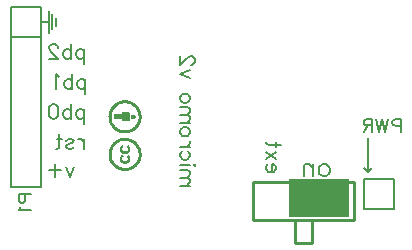
<source format=gbo>
G04 ---------------------------- Layer name :BOTTOM SILK LAYER*
G04 EasyEDA v5.7.26, Mon, 08 Oct 2018 11:37:22 GMT*
G04 9a8b5958ff4b4eb3b6fdbb1becb2a6af*
G04 Gerber Generator version 0.2*
G04 Scale: 100 percent, Rotated: No, Reflected: No *
G04 Dimensions in millimeters *
G04 leading zeros omitted , absolute positions ,3 integer and 3 decimal *
%FSLAX33Y33*%
%MOMM*%
G90*
G71D02*

%ADD10C,0.254000*%
%ADD22C,0.178003*%
%ADD24C,0.203200*%
%ADD25C,0.202999*%
%ADD26C,0.177800*%

%LPD*%

%LPD*%
G36*
G01X10308Y3873D02*
G01X10257Y3873D01*
G01X10206Y3875D01*
G01X10155Y3879D01*
G01X10104Y3884D01*
G01X10053Y3892D01*
G01X10003Y3901D01*
G01X9952Y3913D01*
G01X9901Y3926D01*
G01X9852Y3941D01*
G01X9802Y3958D01*
G01X9753Y3978D01*
G01X9704Y3999D01*
G01X9656Y4023D01*
G01X9608Y4049D01*
G01X9562Y4076D01*
G01X9515Y4106D01*
G01X9470Y4139D01*
G01X9425Y4173D01*
G01X9382Y4209D01*
G01X9341Y4246D01*
G01X9301Y4283D01*
G01X9263Y4322D01*
G01X9228Y4362D01*
G01X9194Y4402D01*
G01X9162Y4443D01*
G01X9132Y4485D01*
G01X9104Y4527D01*
G01X9078Y4570D01*
G01X9054Y4613D01*
G01X9031Y4657D01*
G01X9010Y4702D01*
G01X8991Y4747D01*
G01X8973Y4792D01*
G01X8958Y4838D01*
G01X8943Y4884D01*
G01X8931Y4930D01*
G01X8920Y4977D01*
G01X8911Y5024D01*
G01X8904Y5070D01*
G01X8899Y5118D01*
G01X8895Y5165D01*
G01X8892Y5212D01*
G01X8891Y5259D01*
G01X8892Y5306D01*
G01X8894Y5353D01*
G01X8898Y5399D01*
G01X8903Y5446D01*
G01X8910Y5492D01*
G01X8918Y5538D01*
G01X8928Y5584D01*
G01X8940Y5630D01*
G01X8952Y5674D01*
G01X8967Y5719D01*
G01X8982Y5763D01*
G01X8999Y5806D01*
G01X9018Y5850D01*
G01X9037Y5892D01*
G01X9059Y5933D01*
G01X9081Y5975D01*
G01X9105Y6015D01*
G01X9130Y6054D01*
G01X9156Y6093D01*
G01X9184Y6131D01*
G01X9213Y6168D01*
G01X9243Y6204D01*
G01X9274Y6239D01*
G01X9307Y6273D01*
G01X9341Y6305D01*
G01X9376Y6337D01*
G01X9412Y6368D01*
G01X9449Y6397D01*
G01X9487Y6425D01*
G01X9527Y6452D01*
G01X9568Y6478D01*
G01X9609Y6502D01*
G01X9653Y6525D01*
G01X9696Y6546D01*
G01X9741Y6566D01*
G01X9787Y6584D01*
G01X9834Y6601D01*
G01X9882Y6616D01*
G01X9931Y6629D01*
G01X9981Y6641D01*
G01X10031Y6651D01*
G01X10083Y6659D01*
G01X10136Y6666D01*
G01X10189Y6670D01*
G01X10244Y6673D01*
G01X10300Y6674D01*
G01X10356Y6672D01*
G01X10419Y6668D01*
G01X10480Y6661D01*
G01X10541Y6652D01*
G01X10601Y6641D01*
G01X10659Y6627D01*
G01X10717Y6611D01*
G01X10773Y6592D01*
G01X10829Y6571D01*
G01X10882Y6548D01*
G01X10935Y6523D01*
G01X10986Y6496D01*
G01X11036Y6466D01*
G01X11084Y6435D01*
G01X11131Y6402D01*
G01X11176Y6367D01*
G01X11220Y6330D01*
G01X11262Y6292D01*
G01X11302Y6251D01*
G01X11341Y6209D01*
G01X11378Y6166D01*
G01X11413Y6121D01*
G01X11446Y6075D01*
G01X11477Y6026D01*
G01X11507Y5977D01*
G01X11534Y5927D01*
G01X11560Y5875D01*
G01X11583Y5822D01*
G01X11604Y5768D01*
G01X11623Y5712D01*
G01X11640Y5657D01*
G01X11654Y5599D01*
G01X11666Y5541D01*
G01X11676Y5482D01*
G01X11684Y5422D01*
G01X11689Y5362D01*
G01X11691Y5300D01*
G01X11691Y5239D01*
G01X11689Y5176D01*
G01X11683Y5113D01*
G01X11675Y5050D01*
G01X11666Y4995D01*
G01X11655Y4940D01*
G01X11641Y4887D01*
G01X11626Y4835D01*
G01X11609Y4784D01*
G01X11590Y4735D01*
G01X11569Y4686D01*
G01X11546Y4639D01*
G01X11522Y4592D01*
G01X11496Y4548D01*
G01X11468Y4503D01*
G01X11439Y4461D01*
G01X11408Y4420D01*
G01X11376Y4380D01*
G01X11342Y4342D01*
G01X11308Y4305D01*
G01X11271Y4269D01*
G01X11234Y4235D01*
G01X11195Y4202D01*
G01X11155Y4170D01*
G01X11115Y4140D01*
G01X11073Y4112D01*
G01X11030Y4084D01*
G01X10986Y4059D01*
G01X10942Y4035D01*
G01X10896Y4013D01*
G01X10850Y3992D01*
G01X10803Y3973D01*
G01X10756Y3955D01*
G01X10708Y3939D01*
G01X10659Y3925D01*
G01X10610Y3912D01*
G01X10560Y3901D01*
G01X10511Y3892D01*
G01X10460Y3885D01*
G01X10410Y3880D01*
G01X10359Y3875D01*
G01X10308Y3873D01*
G37*

%LPC*%
G36*
G01X10238Y4126D02*
G01X10299Y4124D01*
G01X10359Y4125D01*
G01X10419Y4130D01*
G01X10478Y4138D01*
G01X10537Y4150D01*
G01X10594Y4165D01*
G01X10651Y4184D01*
G01X10706Y4207D01*
G01X10790Y4246D01*
G01X10846Y4275D01*
G01X10896Y4306D01*
G01X10961Y4351D01*
G01X11013Y4391D01*
G01X11062Y4432D01*
G01X11109Y4476D01*
G01X11153Y4523D01*
G01X11193Y4571D01*
G01X11231Y4622D01*
G01X11266Y4674D01*
G01X11298Y4728D01*
G01X11326Y4784D01*
G01X11352Y4842D01*
G01X11374Y4900D01*
G01X11393Y4960D01*
G01X11409Y5021D01*
G01X11421Y5083D01*
G01X11430Y5146D01*
G01X11436Y5209D01*
G01X11437Y5273D01*
G01X11435Y5337D01*
G01X11430Y5402D01*
G01X11420Y5466D01*
G01X11409Y5524D01*
G01X11394Y5581D01*
G01X11378Y5637D01*
G01X11358Y5691D01*
G01X11336Y5743D01*
G01X11312Y5795D01*
G01X11285Y5844D01*
G01X11256Y5892D01*
G01X11224Y5938D01*
G01X11191Y5983D01*
G01X11156Y6025D01*
G01X11119Y6066D01*
G01X11079Y6105D01*
G01X11039Y6142D01*
G01X10996Y6177D01*
G01X10952Y6210D01*
G01X10906Y6240D01*
G01X10860Y6269D01*
G01X10811Y6295D01*
G01X10761Y6319D01*
G01X10710Y6340D01*
G01X10658Y6360D01*
G01X10605Y6376D01*
G01X10551Y6390D01*
G01X10496Y6402D01*
G01X10440Y6410D01*
G01X10384Y6417D01*
G01X10327Y6420D01*
G01X10269Y6421D01*
G01X10211Y6419D01*
G01X10152Y6413D01*
G01X10093Y6405D01*
G01X10048Y6397D01*
G01X10007Y6388D01*
G01X9972Y6379D01*
G01X9950Y6372D01*
G01X9935Y6366D01*
G01X9922Y6362D01*
G01X9910Y6359D01*
G01X9902Y6358D01*
G01X9872Y6351D01*
G01X9830Y6333D01*
G01X9779Y6306D01*
G01X9722Y6272D01*
G01X9663Y6233D01*
G01X9605Y6191D01*
G01X9552Y6148D01*
G01X9507Y6107D01*
G01X9444Y6039D01*
G01X9381Y5960D01*
G01X9331Y5892D01*
G01X9311Y5854D01*
G01X9310Y5849D01*
G01X9307Y5843D01*
G01X9303Y5837D01*
G01X9297Y5831D01*
G01X9282Y5809D01*
G01X9264Y5774D01*
G01X9245Y5728D01*
G01X9225Y5675D01*
G01X9206Y5618D01*
G01X9189Y5560D01*
G01X9176Y5503D01*
G01X9166Y5451D01*
G01X9158Y5389D01*
G01X9155Y5323D01*
G01X9154Y5254D01*
G01X9156Y5186D01*
G01X9162Y5120D01*
G01X9170Y5060D01*
G01X9181Y5008D01*
G01X9194Y4967D01*
G01X9200Y4953D01*
G01X9204Y4940D01*
G01X9207Y4929D01*
G01X9208Y4921D01*
G01X9225Y4866D01*
G01X9268Y4776D01*
G01X9325Y4676D01*
G01X9382Y4590D01*
G01X9422Y4540D01*
G01X9465Y4492D01*
G01X9510Y4446D01*
G01X9558Y4404D01*
G01X9607Y4365D01*
G01X9658Y4328D01*
G01X9711Y4294D01*
G01X9766Y4263D01*
G01X9822Y4235D01*
G01X9880Y4210D01*
G01X9938Y4188D01*
G01X9997Y4169D01*
G01X10057Y4153D01*
G01X10117Y4141D01*
G01X10178Y4132D01*
G01X10238Y4126D01*
G37*

%LPD*%
G36*
G01X10332Y4471D02*
G01X10285Y4470D01*
G01X10239Y4473D01*
G01X10193Y4480D01*
G01X10148Y4491D01*
G01X10104Y4506D01*
G01X10063Y4526D01*
G01X10024Y4550D01*
G01X9987Y4578D01*
G01X9955Y4610D01*
G01X9926Y4647D01*
G01X9901Y4687D01*
G01X9881Y4732D01*
G01X9866Y4781D01*
G01X9856Y4840D01*
G01X9853Y4896D01*
G01X9856Y4950D01*
G01X9866Y5001D01*
G01X9883Y5050D01*
G01X9908Y5097D01*
G01X9939Y5142D01*
G01X9977Y5185D01*
G01X10031Y5237D01*
G01X10064Y5255D01*
G01X10088Y5235D01*
G01X10119Y5178D01*
G01X10162Y5092D01*
G01X10135Y5070D01*
G01X10124Y5062D01*
G01X10114Y5055D01*
G01X10107Y5050D01*
G01X10102Y5049D01*
G01X10090Y5036D01*
G01X10072Y5007D01*
G01X10054Y4972D01*
G01X10044Y4943D01*
G01X10040Y4902D01*
G01X10047Y4864D01*
G01X10063Y4831D01*
G01X10088Y4802D01*
G01X10119Y4777D01*
G01X10156Y4757D01*
G01X10198Y4743D01*
G01X10241Y4733D01*
G01X10287Y4728D01*
G01X10332Y4730D01*
G01X10376Y4737D01*
G01X10418Y4750D01*
G01X10455Y4769D01*
G01X10487Y4795D01*
G01X10512Y4827D01*
G01X10529Y4867D01*
G01X10533Y4923D01*
G01X10518Y4980D01*
G01X10486Y5028D01*
G01X10442Y5059D01*
G01X10430Y5065D01*
G01X10429Y5078D01*
G01X10441Y5107D01*
G01X10469Y5161D01*
G01X10502Y5221D01*
G01X10524Y5248D01*
G01X10546Y5248D01*
G01X10577Y5227D01*
G01X10620Y5189D01*
G01X10657Y5142D01*
G01X10686Y5089D01*
G01X10708Y5030D01*
G01X10721Y4967D01*
G01X10727Y4901D01*
G01X10724Y4835D01*
G01X10712Y4768D01*
G01X10696Y4719D01*
G01X10675Y4675D01*
G01X10649Y4635D01*
G01X10619Y4600D01*
G01X10586Y4569D01*
G01X10549Y4542D01*
G01X10509Y4519D01*
G01X10467Y4501D01*
G01X10423Y4487D01*
G01X10378Y4477D01*
G01X10332Y4471D01*
G37*

%LPC*%

%LPD*%
G36*
G01X10332Y5282D02*
G01X10288Y5281D01*
G01X10245Y5285D01*
G01X10202Y5292D01*
G01X10159Y5303D01*
G01X10118Y5317D01*
G01X10078Y5335D01*
G01X10041Y5357D01*
G01X10005Y5382D01*
G01X9973Y5410D01*
G01X9943Y5442D01*
G01X9917Y5476D01*
G01X9895Y5514D01*
G01X9877Y5556D01*
G01X9863Y5600D01*
G01X9855Y5648D01*
G01X9853Y5698D01*
G01X9858Y5756D01*
G01X9875Y5818D01*
G01X9898Y5880D01*
G01X9929Y5937D01*
G01X9963Y5989D01*
G01X9999Y6030D01*
G01X10036Y6058D01*
G01X10070Y6068D01*
G01X10089Y6042D01*
G01X10121Y5984D01*
G01X10150Y5926D01*
G01X10159Y5896D01*
G01X10155Y5894D01*
G01X10147Y5888D01*
G01X10137Y5881D01*
G01X10124Y5872D01*
G01X10082Y5836D01*
G01X10054Y5797D01*
G01X10040Y5757D01*
G01X10039Y5716D01*
G01X10049Y5676D01*
G01X10069Y5640D01*
G01X10099Y5607D01*
G01X10138Y5578D01*
G01X10184Y5557D01*
G01X10238Y5543D01*
G01X10297Y5539D01*
G01X10361Y5544D01*
G01X10424Y5563D01*
G01X10474Y5593D01*
G01X10511Y5632D01*
G01X10533Y5677D01*
G01X10539Y5725D01*
G01X10530Y5773D01*
G01X10503Y5819D01*
G01X10458Y5859D01*
G01X10422Y5883D01*
G01X10469Y5973D01*
G01X10488Y6008D01*
G01X10504Y6037D01*
G01X10515Y6058D01*
G01X10520Y6066D01*
G01X10532Y6064D01*
G01X10557Y6049D01*
G01X10587Y6025D01*
G01X10618Y5996D01*
G01X10651Y5957D01*
G01X10678Y5913D01*
G01X10699Y5865D01*
G01X10715Y5814D01*
G01X10724Y5760D01*
G01X10728Y5705D01*
G01X10725Y5648D01*
G01X10716Y5591D01*
G01X10702Y5542D01*
G01X10684Y5498D01*
G01X10661Y5458D01*
G01X10634Y5422D01*
G01X10605Y5391D01*
G01X10572Y5363D01*
G01X10536Y5340D01*
G01X10498Y5320D01*
G01X10459Y5304D01*
G01X10418Y5293D01*
G01X10375Y5285D01*
G01X10332Y5282D01*
G37*

%LPC*%

%LPD*%
G36*
G01X10330Y7050D02*
G01X10277Y7049D01*
G01X10225Y7051D01*
G01X10172Y7054D01*
G01X10119Y7059D01*
G01X10066Y7067D01*
G01X10014Y7076D01*
G01X9961Y7088D01*
G01X9910Y7101D01*
G01X9858Y7117D01*
G01X9806Y7134D01*
G01X9756Y7154D01*
G01X9706Y7176D01*
G01X9656Y7201D01*
G01X9607Y7227D01*
G01X9559Y7256D01*
G01X9512Y7287D01*
G01X9466Y7320D01*
G01X9420Y7356D01*
G01X9375Y7394D01*
G01X9331Y7435D01*
G01X9291Y7475D01*
G01X9253Y7516D01*
G01X9216Y7558D01*
G01X9182Y7600D01*
G01X9150Y7644D01*
G01X9119Y7688D01*
G01X9091Y7732D01*
G01X9064Y7777D01*
G01X9040Y7823D01*
G01X9018Y7869D01*
G01X8997Y7915D01*
G01X8978Y7962D01*
G01X8961Y8009D01*
G01X8945Y8056D01*
G01X8932Y8104D01*
G01X8920Y8152D01*
G01X8911Y8200D01*
G01X8903Y8248D01*
G01X8897Y8297D01*
G01X8892Y8345D01*
G01X8889Y8393D01*
G01X8888Y8441D01*
G01X8888Y8489D01*
G01X8891Y8537D01*
G01X8894Y8585D01*
G01X8900Y8632D01*
G01X8907Y8680D01*
G01X8915Y8726D01*
G01X8926Y8773D01*
G01X8937Y8819D01*
G01X8950Y8865D01*
G01X8965Y8910D01*
G01X8981Y8954D01*
G01X8999Y8999D01*
G01X9018Y9042D01*
G01X9038Y9085D01*
G01X9060Y9127D01*
G01X9084Y9168D01*
G01X9108Y9209D01*
G01X9134Y9249D01*
G01X9162Y9287D01*
G01X9191Y9325D01*
G01X9221Y9362D01*
G01X9252Y9398D01*
G01X9285Y9433D01*
G01X9319Y9467D01*
G01X9354Y9500D01*
G01X9390Y9531D01*
G01X9428Y9562D01*
G01X9467Y9590D01*
G01X9506Y9618D01*
G01X9547Y9644D01*
G01X9590Y9669D01*
G01X9633Y9693D01*
G01X9677Y9715D01*
G01X9723Y9735D01*
G01X9769Y9754D01*
G01X9817Y9771D01*
G01X9865Y9787D01*
G01X9915Y9801D01*
G01X9965Y9813D01*
G01X10016Y9824D01*
G01X10069Y9832D01*
G01X10122Y9839D01*
G01X10176Y9844D01*
G01X10232Y9847D01*
G01X10288Y9848D01*
G01X10344Y9847D01*
G01X10402Y9843D01*
G01X10459Y9837D01*
G01X10515Y9830D01*
G01X10570Y9820D01*
G01X10624Y9808D01*
G01X10678Y9795D01*
G01X10730Y9779D01*
G01X10781Y9762D01*
G01X10832Y9742D01*
G01X10881Y9721D01*
G01X10930Y9698D01*
G01X10976Y9673D01*
G01X11023Y9647D01*
G01X11067Y9619D01*
G01X11110Y9589D01*
G01X11153Y9558D01*
G01X11194Y9525D01*
G01X11233Y9491D01*
G01X11272Y9456D01*
G01X11308Y9419D01*
G01X11343Y9381D01*
G01X11377Y9341D01*
G01X11409Y9300D01*
G01X11440Y9258D01*
G01X11469Y9215D01*
G01X11497Y9170D01*
G01X11522Y9125D01*
G01X11547Y9078D01*
G01X11569Y9031D01*
G01X11590Y8982D01*
G01X11609Y8933D01*
G01X11626Y8882D01*
G01X11641Y8831D01*
G01X11655Y8779D01*
G01X11666Y8726D01*
G01X11675Y8673D01*
G01X11682Y8619D01*
G01X11688Y8564D01*
G01X11691Y8509D01*
G01X11693Y8453D01*
G01X11692Y8397D01*
G01X11688Y8340D01*
G01X11683Y8282D01*
G01X11675Y8225D01*
G01X11665Y8167D01*
G01X11653Y8109D01*
G01X11638Y8053D01*
G01X11622Y7999D01*
G01X11603Y7946D01*
G01X11582Y7893D01*
G01X11560Y7842D01*
G01X11535Y7793D01*
G01X11509Y7745D01*
G01X11480Y7699D01*
G01X11451Y7654D01*
G01X11419Y7610D01*
G01X11386Y7568D01*
G01X11352Y7528D01*
G01X11316Y7488D01*
G01X11278Y7450D01*
G01X11240Y7414D01*
G01X11199Y7380D01*
G01X11158Y7347D01*
G01X11116Y7316D01*
G01X11072Y7286D01*
G01X11028Y7258D01*
G01X10982Y7231D01*
G01X10936Y7207D01*
G01X10888Y7184D01*
G01X10841Y7163D01*
G01X10792Y7143D01*
G01X10742Y7126D01*
G01X10692Y7110D01*
G01X10642Y7096D01*
G01X10591Y7084D01*
G01X10539Y7073D01*
G01X10487Y7065D01*
G01X10435Y7058D01*
G01X10383Y7053D01*
G01X10330Y7050D01*
G37*

%LPC*%
G36*
G01X10237Y7301D02*
G01X10288Y7300D01*
G01X10339Y7302D01*
G01X10390Y7306D01*
G01X10440Y7312D01*
G01X10490Y7320D01*
G01X10539Y7330D01*
G01X10587Y7343D01*
G01X10635Y7358D01*
G01X10682Y7375D01*
G01X10728Y7393D01*
G01X10774Y7414D01*
G01X10819Y7437D01*
G01X10862Y7461D01*
G01X10905Y7488D01*
G01X10946Y7516D01*
G01X10986Y7546D01*
G01X11025Y7578D01*
G01X11063Y7611D01*
G01X11099Y7646D01*
G01X11133Y7682D01*
G01X11166Y7720D01*
G01X11198Y7759D01*
G01X11228Y7799D01*
G01X11256Y7841D01*
G01X11283Y7884D01*
G01X11307Y7928D01*
G01X11330Y7974D01*
G01X11350Y8020D01*
G01X11369Y8068D01*
G01X11385Y8117D01*
G01X11400Y8166D01*
G01X11412Y8216D01*
G01X11421Y8268D01*
G01X11429Y8319D01*
G01X11434Y8372D01*
G01X11436Y8426D01*
G01X11436Y8480D01*
G01X11433Y8535D01*
G01X11427Y8590D01*
G01X11419Y8646D01*
G01X11408Y8704D01*
G01X11393Y8760D01*
G01X11376Y8815D01*
G01X11357Y8869D01*
G01X11335Y8921D01*
G01X11311Y8973D01*
G01X11284Y9022D01*
G01X11255Y9069D01*
G01X11223Y9116D01*
G01X11190Y9160D01*
G01X11155Y9202D01*
G01X11118Y9243D01*
G01X11079Y9282D01*
G01X11038Y9318D01*
G01X10996Y9353D01*
G01X10951Y9386D01*
G01X10906Y9416D01*
G01X10859Y9444D01*
G01X10810Y9471D01*
G01X10760Y9494D01*
G01X10710Y9515D01*
G01X10657Y9535D01*
G01X10605Y9551D01*
G01X10550Y9565D01*
G01X10495Y9576D01*
G01X10439Y9585D01*
G01X10383Y9591D01*
G01X10326Y9595D01*
G01X10268Y9595D01*
G01X10210Y9593D01*
G01X10151Y9587D01*
G01X10092Y9579D01*
G01X10048Y9571D01*
G01X10006Y9562D01*
G01X9971Y9553D01*
G01X9949Y9546D01*
G01X9934Y9541D01*
G01X9921Y9536D01*
G01X9909Y9533D01*
G01X9901Y9532D01*
G01X9865Y9520D01*
G01X9804Y9491D01*
G01X9731Y9452D01*
G01X9664Y9411D01*
G01X9617Y9379D01*
G01X9573Y9344D01*
G01X9530Y9306D01*
G01X9489Y9266D01*
G01X9450Y9225D01*
G01X9414Y9182D01*
G01X9379Y9136D01*
G01X9347Y9090D01*
G01X9317Y9042D01*
G01X9289Y8992D01*
G01X9263Y8941D01*
G01X9240Y8890D01*
G01X9219Y8837D01*
G01X9201Y8784D01*
G01X9185Y8730D01*
G01X9171Y8675D01*
G01X9161Y8620D01*
G01X9153Y8565D01*
G01X9148Y8510D01*
G01X9145Y8455D01*
G01X9145Y8400D01*
G01X9148Y8346D01*
G01X9153Y8292D01*
G01X9162Y8238D01*
G01X9173Y8186D01*
G01X9188Y8134D01*
G01X9205Y8083D01*
G01X9225Y8033D01*
G01X9263Y7951D01*
G01X9292Y7895D01*
G01X9323Y7846D01*
G01X9365Y7786D01*
G01X9407Y7734D01*
G01X9459Y7677D01*
G01X9519Y7618D01*
G01X9580Y7561D01*
G01X9639Y7510D01*
G01X9693Y7469D01*
G01X9735Y7442D01*
G01X9763Y7431D01*
G01X9769Y7429D01*
G01X9783Y7424D01*
G01X9802Y7415D01*
G01X9825Y7404D01*
G01X9876Y7382D01*
G01X9927Y7362D01*
G01X9979Y7346D01*
G01X10030Y7331D01*
G01X10082Y7320D01*
G01X10134Y7312D01*
G01X10185Y7305D01*
G01X10237Y7301D01*
G37*

%LPD*%
G36*
G01X10466Y8066D02*
G01X10067Y8066D01*
G01X10063Y8148D01*
G01X10061Y8230D01*
G01X9384Y8235D01*
G01X9384Y8663D01*
G01X10061Y8668D01*
G01X10063Y8750D01*
G01X10067Y8832D01*
G01X10665Y8832D01*
G01X10728Y8768D01*
G01X10727Y8452D01*
G01X10726Y8320D01*
G01X10724Y8217D01*
G01X10721Y8147D01*
G01X10718Y8117D01*
G01X10709Y8101D01*
G01X10696Y8089D01*
G01X10678Y8080D01*
G01X10649Y8074D01*
G01X10607Y8070D01*
G01X10547Y8068D01*
G01X10466Y8066D01*
G37*

%LPC*%

%LPD*%
G36*
G01X11100Y8273D02*
G01X11031Y8256D01*
G01X10947Y8257D01*
G01X10901Y8270D01*
G01X10864Y8293D01*
G01X10834Y8324D01*
G01X10813Y8362D01*
G01X10801Y8404D01*
G01X10797Y8449D01*
G01X10801Y8493D01*
G01X10813Y8536D01*
G01X10834Y8573D01*
G01X10864Y8605D01*
G01X10901Y8628D01*
G01X10947Y8641D01*
G01X11014Y8643D01*
G01X11072Y8631D01*
G01X11121Y8609D01*
G01X11159Y8575D01*
G01X11185Y8532D01*
G01X11199Y8481D01*
G01X11199Y8424D01*
G01X11184Y8360D01*
G01X11152Y8308D01*
G01X11100Y8273D01*
G37*

%LPC*%

%LPD*%
G54D10*
G01X29651Y2903D02*
G01X21152Y2903D01*
G01X21152Y2903D02*
G01X21152Y-296D01*
G01X21152Y-296D02*
G01X29651Y-296D01*
G01X29651Y2903D02*
G01X29651Y-296D01*
G01X26102Y-296D02*
G01X26102Y-2196D01*
G01X24701Y-296D02*
G01X24701Y-2196D01*
G01X26102Y-2196D02*
G01X24701Y-2196D01*
G54D24*
G01X635Y15874D02*
G01X635Y17779D01*
G01X3175Y17779D01*
G01X3175Y2539D01*
G01X635Y2539D01*
G54D25*
G01X635Y2539D02*
G01X635Y15874D01*
G54D24*
G01X30479Y635D02*
G01X33019Y635D01*
G01X33019Y3175D01*
G01X30479Y3175D01*
G01X30479Y1270D01*
G54D25*
G01X30479Y635D02*
G01X30479Y1270D01*
G54D22*
G01X31163Y4089D02*
G01X30845Y3771D01*
G01X30845Y6634D02*
G01X30845Y3771D01*
G01X30528Y4089D01*
G01X635Y17779D02*
G01X3175Y17779D01*
G01X3175Y15239D01*
G01X635Y15239D01*
G01X635Y17779D01*
G01X3815Y16491D02*
G01X3180Y16491D01*
G01X4451Y16809D02*
G01X4451Y16173D01*
G01X4134Y17127D02*
G01X4135Y15857D01*
G01X3815Y17445D02*
G01X3815Y15537D01*
G54D26*
G01X1269Y1904D02*
G01X2359Y1904D01*
G01X1269Y1904D02*
G01X1269Y1437D01*
G01X1320Y1282D01*
G01X1371Y1228D01*
G01X1475Y1178D01*
G01X1633Y1178D01*
G01X1737Y1228D01*
G01X1788Y1282D01*
G01X1841Y1437D01*
G01X1841Y1904D01*
G01X1475Y835D02*
G01X1424Y731D01*
G01X1269Y573D01*
G01X2359Y573D01*
G01X33660Y8254D02*
G01X33660Y7164D01*
G01X33660Y8254D02*
G01X33192Y8254D01*
G01X33037Y8203D01*
G01X32984Y8152D01*
G01X32933Y8048D01*
G01X32933Y7891D01*
G01X32984Y7787D01*
G01X33037Y7736D01*
G01X33192Y7683D01*
G01X33660Y7683D01*
G01X32590Y8254D02*
G01X32329Y7164D01*
G01X32070Y8254D02*
G01X32329Y7164D01*
G01X32070Y8254D02*
G01X31811Y7164D01*
G01X31551Y8254D02*
G01X31811Y7164D01*
G01X31209Y8254D02*
G01X31209Y7164D01*
G01X31209Y8254D02*
G01X30739Y8254D01*
G01X30584Y8203D01*
G01X30533Y8152D01*
G01X30480Y8048D01*
G01X30480Y7944D01*
G01X30533Y7840D01*
G01X30584Y7787D01*
G01X30739Y7736D01*
G01X31209Y7736D01*
G01X30843Y7736D02*
G01X30480Y7164D01*
G54D24*
G01X15773Y2627D02*
G01X14945Y2627D01*
G01X15536Y2627D02*
G01X15714Y2804D01*
G01X15773Y2923D01*
G01X15773Y3100D01*
G01X15714Y3218D01*
G01X15536Y3277D01*
G01X14945Y3277D01*
G01X15536Y3277D02*
G01X15714Y3454D01*
G01X15773Y3573D01*
G01X15773Y3750D01*
G01X15714Y3868D01*
G01X15536Y3927D01*
G01X14945Y3927D01*
G01X16186Y4317D02*
G01X16127Y4376D01*
G01X16186Y4435D01*
G01X16245Y4376D01*
G01X16186Y4317D01*
G01X15773Y4376D02*
G01X14945Y4376D01*
G01X15595Y5534D02*
G01X15714Y5416D01*
G01X15773Y5298D01*
G01X15773Y5121D01*
G01X15714Y5003D01*
G01X15595Y4884D01*
G01X15418Y4825D01*
G01X15300Y4825D01*
G01X15123Y4884D01*
G01X15004Y5003D01*
G01X14945Y5121D01*
G01X14945Y5298D01*
G01X15004Y5416D01*
G01X15123Y5534D01*
G01X15773Y5924D02*
G01X14945Y5924D01*
G01X15418Y5924D02*
G01X15595Y5984D01*
G01X15714Y6102D01*
G01X15773Y6220D01*
G01X15773Y6397D01*
G01X15773Y7083D02*
G01X15714Y6964D01*
G01X15595Y6846D01*
G01X15418Y6787D01*
G01X15300Y6787D01*
G01X15123Y6846D01*
G01X15004Y6964D01*
G01X14945Y7083D01*
G01X14945Y7260D01*
G01X15004Y7378D01*
G01X15123Y7496D01*
G01X15300Y7555D01*
G01X15418Y7555D01*
G01X15595Y7496D01*
G01X15714Y7378D01*
G01X15773Y7260D01*
G01X15773Y7083D01*
G01X15773Y7945D02*
G01X14945Y7945D01*
G01X15536Y7945D02*
G01X15714Y8123D01*
G01X15773Y8241D01*
G01X15773Y8418D01*
G01X15714Y8536D01*
G01X15536Y8595D01*
G01X14945Y8595D01*
G01X15536Y8595D02*
G01X15714Y8773D01*
G01X15773Y8891D01*
G01X15773Y9068D01*
G01X15714Y9186D01*
G01X15536Y9245D01*
G01X14945Y9245D01*
G01X15773Y9931D02*
G01X15714Y9813D01*
G01X15595Y9694D01*
G01X15418Y9635D01*
G01X15300Y9635D01*
G01X15123Y9694D01*
G01X15004Y9813D01*
G01X14945Y9931D01*
G01X14945Y10108D01*
G01X15004Y10226D01*
G01X15123Y10344D01*
G01X15300Y10404D01*
G01X15418Y10404D01*
G01X15595Y10344D01*
G01X15714Y10226D01*
G01X15773Y10108D01*
G01X15773Y9931D01*
G01X15773Y11704D02*
G01X14945Y12058D01*
G01X15773Y12413D02*
G01X14945Y12058D01*
G01X15891Y12862D02*
G01X15950Y12862D01*
G01X16068Y12921D01*
G01X16127Y12980D01*
G01X16186Y13098D01*
G01X16186Y13334D01*
G01X16127Y13453D01*
G01X16068Y13512D01*
G01X15950Y13571D01*
G01X15832Y13571D01*
G01X15714Y13512D01*
G01X15536Y13394D01*
G01X14945Y12803D01*
G01X14945Y13630D01*
G01X6835Y14191D02*
G01X6835Y12950D01*
G01X6835Y14013D02*
G01X6717Y14131D01*
G01X6599Y14191D01*
G01X6422Y14191D01*
G01X6303Y14131D01*
G01X6185Y14013D01*
G01X6126Y13836D01*
G01X6126Y13718D01*
G01X6185Y13541D01*
G01X6303Y13422D01*
G01X6422Y13363D01*
G01X6599Y13363D01*
G01X6717Y13422D01*
G01X6835Y13541D01*
G01X5736Y14604D02*
G01X5736Y13363D01*
G01X5736Y14013D02*
G01X5618Y14131D01*
G01X5500Y14191D01*
G01X5323Y14191D01*
G01X5204Y14131D01*
G01X5086Y14013D01*
G01X5027Y13836D01*
G01X5027Y13718D01*
G01X5086Y13541D01*
G01X5204Y13422D01*
G01X5323Y13363D01*
G01X5500Y13363D01*
G01X5618Y13422D01*
G01X5736Y13541D01*
G01X4578Y14309D02*
G01X4578Y14368D01*
G01X4519Y14486D01*
G01X4460Y14545D01*
G01X4342Y14604D01*
G01X4105Y14604D01*
G01X3987Y14545D01*
G01X3928Y14486D01*
G01X3869Y14368D01*
G01X3869Y14250D01*
G01X3928Y14131D01*
G01X4046Y13954D01*
G01X4637Y13363D01*
G01X3810Y13363D01*
G01X6938Y11651D02*
G01X6938Y10410D01*
G01X6938Y11473D02*
G01X6820Y11591D01*
G01X6702Y11651D01*
G01X6524Y11651D01*
G01X6406Y11591D01*
G01X6288Y11473D01*
G01X6229Y11296D01*
G01X6229Y11178D01*
G01X6288Y11001D01*
G01X6406Y10882D01*
G01X6524Y10823D01*
G01X6702Y10823D01*
G01X6820Y10882D01*
G01X6938Y11001D01*
G01X5839Y12064D02*
G01X5839Y10823D01*
G01X5839Y11473D02*
G01X5721Y11591D01*
G01X5602Y11651D01*
G01X5425Y11651D01*
G01X5307Y11591D01*
G01X5189Y11473D01*
G01X5130Y11296D01*
G01X5130Y11178D01*
G01X5189Y11001D01*
G01X5307Y10882D01*
G01X5425Y10823D01*
G01X5602Y10823D01*
G01X5721Y10882D01*
G01X5839Y11001D01*
G01X4740Y11828D02*
G01X4622Y11887D01*
G01X4444Y12064D01*
G01X4444Y10823D01*
G01X6835Y9111D02*
G01X6835Y7870D01*
G01X6835Y8933D02*
G01X6717Y9051D01*
G01X6599Y9111D01*
G01X6422Y9111D01*
G01X6303Y9051D01*
G01X6185Y8933D01*
G01X6126Y8756D01*
G01X6126Y8638D01*
G01X6185Y8461D01*
G01X6303Y8342D01*
G01X6422Y8283D01*
G01X6599Y8283D01*
G01X6717Y8342D01*
G01X6835Y8461D01*
G01X5736Y9524D02*
G01X5736Y8283D01*
G01X5736Y8933D02*
G01X5618Y9051D01*
G01X5500Y9111D01*
G01X5322Y9111D01*
G01X5204Y9051D01*
G01X5086Y8933D01*
G01X5027Y8756D01*
G01X5027Y8638D01*
G01X5086Y8461D01*
G01X5204Y8342D01*
G01X5322Y8283D01*
G01X5500Y8283D01*
G01X5618Y8342D01*
G01X5736Y8461D01*
G01X4282Y9524D02*
G01X4460Y9465D01*
G01X4578Y9288D01*
G01X4637Y8992D01*
G01X4637Y8815D01*
G01X4578Y8520D01*
G01X4460Y8342D01*
G01X4282Y8283D01*
G01X4164Y8283D01*
G01X3987Y8342D01*
G01X3869Y8520D01*
G01X3810Y8815D01*
G01X3810Y8992D01*
G01X3869Y9288D01*
G01X3987Y9465D01*
G01X4164Y9524D01*
G01X4282Y9524D01*
G01X6820Y6570D02*
G01X6820Y5743D01*
G01X6820Y6216D02*
G01X6761Y6393D01*
G01X6643Y6511D01*
G01X6525Y6570D01*
G01X6348Y6570D01*
G01X5308Y6393D02*
G01X5367Y6511D01*
G01X5544Y6570D01*
G01X5721Y6570D01*
G01X5899Y6511D01*
G01X5958Y6393D01*
G01X5899Y6275D01*
G01X5780Y6216D01*
G01X5485Y6157D01*
G01X5367Y6098D01*
G01X5308Y5979D01*
G01X5308Y5920D01*
G01X5367Y5802D01*
G01X5544Y5743D01*
G01X5721Y5743D01*
G01X5899Y5802D01*
G01X5958Y5920D01*
G01X4740Y6984D02*
G01X4740Y5979D01*
G01X4681Y5802D01*
G01X4563Y5743D01*
G01X4445Y5743D01*
G01X4918Y6570D02*
G01X4504Y6570D01*
G01X5972Y4208D02*
G01X5617Y3381D01*
G01X5263Y4208D02*
G01X5617Y3381D01*
G01X4341Y4444D02*
G01X4341Y3381D01*
G01X4873Y3912D02*
G01X3809Y3912D01*
G01X22698Y3738D02*
G01X22698Y4447D01*
G01X22816Y4447D01*
G01X22934Y4388D01*
G01X22993Y4328D01*
G01X23052Y4210D01*
G01X23052Y4033D01*
G01X22993Y3915D01*
G01X22875Y3797D01*
G01X22698Y3738D01*
G01X22579Y3738D01*
G01X22402Y3797D01*
G01X22284Y3915D01*
G01X22225Y4033D01*
G01X22225Y4210D01*
G01X22284Y4328D01*
G01X22402Y4447D01*
G01X23052Y4837D02*
G01X22225Y5487D01*
G01X23052Y5487D02*
G01X22225Y4837D01*
G01X23466Y6054D02*
G01X22461Y6054D01*
G01X22284Y6113D01*
G01X22225Y6231D01*
G01X22225Y6349D01*
G01X23052Y5877D02*
G01X23052Y6290D01*
G01X27262Y4444D02*
G01X27406Y4373D01*
G01X27551Y4226D01*
G01X27625Y4007D01*
G01X27625Y3862D01*
G01X27551Y3644D01*
G01X27406Y3499D01*
G01X27262Y3426D01*
G01X27043Y3426D01*
G01X26898Y3499D01*
G01X26751Y3644D01*
G01X26680Y3862D01*
G01X26680Y4007D01*
G01X26751Y4226D01*
G01X26898Y4373D01*
G01X27043Y4444D01*
G01X27262Y4444D01*
G01X26200Y4444D02*
G01X26200Y3426D01*
G01X26200Y4155D02*
G01X25981Y4373D01*
G01X25837Y4444D01*
G01X25618Y4444D01*
G01X25473Y4373D01*
G01X25400Y4155D01*
G01X25400Y3426D01*

%LPD*%
G36*
G01X24130Y-0D02*
G01X24130Y3174D01*
G01X29210Y3174D01*
G01X29210Y-0D01*
G01X24130Y-0D01*
G37*
M00*
M02*

</source>
